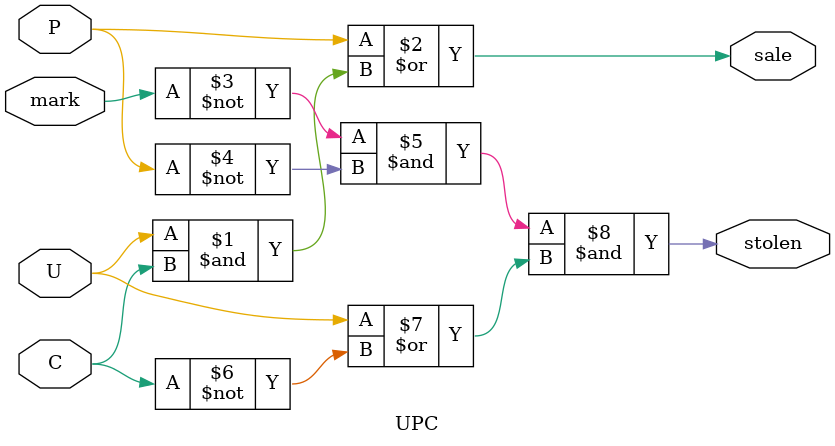
<source format=v>


module UPC (U, P, C, mark, sale, stolen);
	//Three bit code (UPC) that signifies what item is being purchased and secret switch "mark" that tells 
	//U, P, C are given inputs Switch 210 (AF9, AC12, AB12) 
	//Mark is given by switch 9 (AE12)
	input U, P, C, mark;
	
	//Sale is given by LEDR0 (PIN_V16)
	// stolen is given of LEDR1 (PIN_W16) 
	output sale, stolen;

	//Sale is given to specific UPC codes
	assign sale = P | (U& C);
	
	//Stolen is given a high value when it is expensive and has no mark
	assign stolen = ~mark & ~P & (U | ~C);


endmodule

</source>
